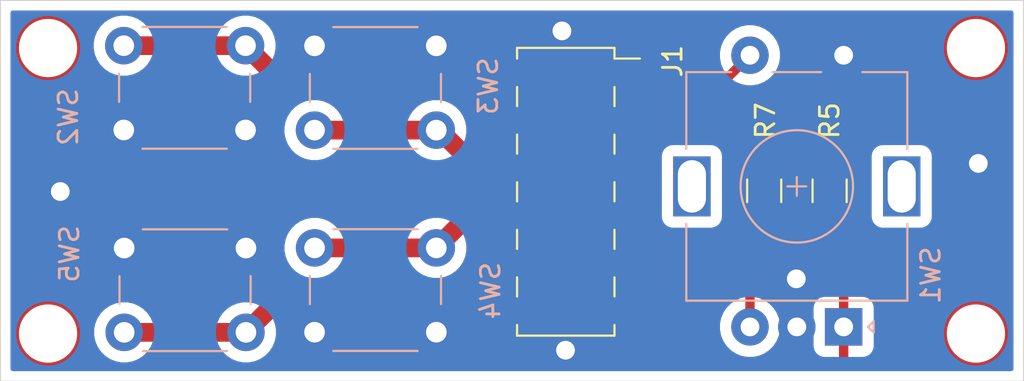
<source format=kicad_pcb>
(kicad_pcb (version 20171130) (host pcbnew 5.1.5-52549c5~86~ubuntu18.04.1)

  (general
    (thickness 1.6)
    (drawings 8)
    (tracks 79)
    (zones 0)
    (modules 12)
    (nets 10)
  )

  (page A4)
  (layers
    (0 F.Cu signal)
    (31 B.Cu signal)
    (32 B.Adhes user)
    (33 F.Adhes user)
    (34 B.Paste user)
    (35 F.Paste user)
    (36 B.SilkS user)
    (37 F.SilkS user)
    (38 B.Mask user)
    (39 F.Mask user)
    (40 Dwgs.User user)
    (41 Cmts.User user)
    (42 Eco1.User user)
    (43 Eco2.User user)
    (44 Edge.Cuts user)
    (45 Margin user)
    (46 B.CrtYd user)
    (47 F.CrtYd user)
    (48 B.Fab user hide)
    (49 F.Fab user hide)
  )

  (setup
    (last_trace_width 0.25)
    (user_trace_width 0.5)
    (user_trace_width 0.7)
    (user_trace_width 1)
    (user_trace_width 2)
    (trace_clearance 0.6)
    (zone_clearance 0.508)
    (zone_45_only no)
    (trace_min 0.2)
    (via_size 0.8)
    (via_drill 0.4)
    (via_min_size 0.4)
    (via_min_drill 0.3)
    (user_via 2 1)
    (uvia_size 0.3)
    (uvia_drill 0.1)
    (uvias_allowed no)
    (uvia_min_size 0.2)
    (uvia_min_drill 0.1)
    (edge_width 0.05)
    (segment_width 0.2)
    (pcb_text_width 0.3)
    (pcb_text_size 1.5 1.5)
    (mod_edge_width 0.12)
    (mod_text_size 1 1)
    (mod_text_width 0.15)
    (pad_size 1.524 1.524)
    (pad_drill 0.762)
    (pad_to_mask_clearance 0.051)
    (solder_mask_min_width 0.25)
    (aux_axis_origin 0 0)
    (visible_elements FFFFFF7F)
    (pcbplotparams
      (layerselection 0x01000_7fffffff)
      (usegerberextensions false)
      (usegerberattributes false)
      (usegerberadvancedattributes false)
      (creategerberjobfile false)
      (excludeedgelayer true)
      (linewidth 0.100000)
      (plotframeref false)
      (viasonmask false)
      (mode 1)
      (useauxorigin false)
      (hpglpennumber 1)
      (hpglpenspeed 20)
      (hpglpendiameter 15.000000)
      (psnegative true)
      (psa4output false)
      (plotreference true)
      (plotvalue true)
      (plotinvisibletext false)
      (padsonsilk false)
      (subtractmaskfromsilk false)
      (outputformat 5)
      (mirror true)
      (drillshape 2)
      (scaleselection 1)
      (outputdirectory ""))
  )

  (net 0 "")
  (net 1 GNDS)
  (net 2 /Controls/BTN4)
  (net 3 /Controls/ENC_A)
  (net 4 /Controls/BTN3)
  (net 5 /Controls/ENC_B)
  (net 6 /Controls/BTN2)
  (net 7 /Controls/BTN1)
  (net 8 /Controls/ENC_SW)
  (net 9 +3V3)

  (net_class Default "This is the default net class."
    (clearance 0.6)
    (trace_width 0.25)
    (via_dia 0.8)
    (via_drill 0.4)
    (uvia_dia 0.3)
    (uvia_drill 0.1)
    (add_net +3V3)
    (add_net /Controls/BTN1)
    (add_net /Controls/BTN2)
    (add_net /Controls/BTN3)
    (add_net /Controls/BTN4)
    (add_net /Controls/ENC_A)
    (add_net /Controls/ENC_B)
    (add_net /Controls/ENC_SW)
    (add_net GNDS)
  )

  (module Connector_PinSocket_2.54mm:PinSocket_2x06_P2.54mm_Vertical_SMD locked (layer F.Cu) (tedit 5A19A42A) (tstamp 5EC2D495)
    (at 144.4752 61.0108)
    (descr "surface-mounted straight socket strip, 2x06, 2.54mm pitch, double cols (from Kicad 4.0.7), script generated")
    (tags "Surface mounted socket strip SMD 2x06 2.54mm double row")
    (path /5E7E6C1D/5E8132DF)
    (attr smd)
    (fp_text reference J1 (at 5.7023 -6.9723 270) (layer F.SilkS)
      (effects (font (size 1 1) (thickness 0.15)))
    )
    (fp_text value Conn_02x06_Odd_Even (at 0 9.12) (layer F.Fab)
      (effects (font (size 1 1) (thickness 0.15)))
    )
    (fp_text user %R (at 0 0 90) (layer F.Fab)
      (effects (font (size 1 1) (thickness 0.15)))
    )
    (fp_line (start -4.55 8.1) (end -4.55 -8.15) (layer F.CrtYd) (width 0.05))
    (fp_line (start 4.5 8.1) (end -4.55 8.1) (layer F.CrtYd) (width 0.05))
    (fp_line (start 4.5 -8.15) (end 4.5 8.1) (layer F.CrtYd) (width 0.05))
    (fp_line (start -4.55 -8.15) (end 4.5 -8.15) (layer F.CrtYd) (width 0.05))
    (fp_line (start 3.92 6.67) (end 2.54 6.67) (layer F.Fab) (width 0.1))
    (fp_line (start 3.92 6.03) (end 3.92 6.67) (layer F.Fab) (width 0.1))
    (fp_line (start 2.54 6.03) (end 3.92 6.03) (layer F.Fab) (width 0.1))
    (fp_line (start -3.92 6.67) (end -3.92 6.03) (layer F.Fab) (width 0.1))
    (fp_line (start -2.54 6.67) (end -3.92 6.67) (layer F.Fab) (width 0.1))
    (fp_line (start -3.92 6.03) (end -2.54 6.03) (layer F.Fab) (width 0.1))
    (fp_line (start 3.92 4.13) (end 2.54 4.13) (layer F.Fab) (width 0.1))
    (fp_line (start 3.92 3.49) (end 3.92 4.13) (layer F.Fab) (width 0.1))
    (fp_line (start 2.54 3.49) (end 3.92 3.49) (layer F.Fab) (width 0.1))
    (fp_line (start -3.92 4.13) (end -3.92 3.49) (layer F.Fab) (width 0.1))
    (fp_line (start -2.54 4.13) (end -3.92 4.13) (layer F.Fab) (width 0.1))
    (fp_line (start -3.92 3.49) (end -2.54 3.49) (layer F.Fab) (width 0.1))
    (fp_line (start 3.92 1.59) (end 2.54 1.59) (layer F.Fab) (width 0.1))
    (fp_line (start 3.92 0.95) (end 3.92 1.59) (layer F.Fab) (width 0.1))
    (fp_line (start 2.54 0.95) (end 3.92 0.95) (layer F.Fab) (width 0.1))
    (fp_line (start -3.92 1.59) (end -3.92 0.95) (layer F.Fab) (width 0.1))
    (fp_line (start -2.54 1.59) (end -3.92 1.59) (layer F.Fab) (width 0.1))
    (fp_line (start -3.92 0.95) (end -2.54 0.95) (layer F.Fab) (width 0.1))
    (fp_line (start 3.92 -0.95) (end 2.54 -0.95) (layer F.Fab) (width 0.1))
    (fp_line (start 3.92 -1.59) (end 3.92 -0.95) (layer F.Fab) (width 0.1))
    (fp_line (start 2.54 -1.59) (end 3.92 -1.59) (layer F.Fab) (width 0.1))
    (fp_line (start -3.92 -0.95) (end -3.92 -1.59) (layer F.Fab) (width 0.1))
    (fp_line (start -2.54 -0.95) (end -3.92 -0.95) (layer F.Fab) (width 0.1))
    (fp_line (start -3.92 -1.59) (end -2.54 -1.59) (layer F.Fab) (width 0.1))
    (fp_line (start 3.92 -3.49) (end 2.54 -3.49) (layer F.Fab) (width 0.1))
    (fp_line (start 3.92 -4.13) (end 3.92 -3.49) (layer F.Fab) (width 0.1))
    (fp_line (start 2.54 -4.13) (end 3.92 -4.13) (layer F.Fab) (width 0.1))
    (fp_line (start -3.92 -3.49) (end -3.92 -4.13) (layer F.Fab) (width 0.1))
    (fp_line (start -2.54 -3.49) (end -3.92 -3.49) (layer F.Fab) (width 0.1))
    (fp_line (start -3.92 -4.13) (end -2.54 -4.13) (layer F.Fab) (width 0.1))
    (fp_line (start 3.92 -6.03) (end 2.54 -6.03) (layer F.Fab) (width 0.1))
    (fp_line (start 3.92 -6.67) (end 3.92 -6.03) (layer F.Fab) (width 0.1))
    (fp_line (start 2.54 -6.67) (end 3.92 -6.67) (layer F.Fab) (width 0.1))
    (fp_line (start -3.92 -6.03) (end -3.92 -6.67) (layer F.Fab) (width 0.1))
    (fp_line (start -2.54 -6.03) (end -3.92 -6.03) (layer F.Fab) (width 0.1))
    (fp_line (start -3.92 -6.67) (end -2.54 -6.67) (layer F.Fab) (width 0.1))
    (fp_line (start -2.54 7.62) (end -2.54 -7.62) (layer F.Fab) (width 0.1))
    (fp_line (start 2.54 7.62) (end -2.54 7.62) (layer F.Fab) (width 0.1))
    (fp_line (start 2.54 -6.62) (end 2.54 7.62) (layer F.Fab) (width 0.1))
    (fp_line (start 1.54 -7.62) (end 2.54 -6.62) (layer F.Fab) (width 0.1))
    (fp_line (start -2.54 -7.62) (end 1.54 -7.62) (layer F.Fab) (width 0.1))
    (fp_line (start 2.6 -7.11) (end 3.96 -7.11) (layer F.SilkS) (width 0.12))
    (fp_line (start -2.6 7.11) (end -2.6 7.68) (layer F.SilkS) (width 0.12))
    (fp_line (start -2.6 4.57) (end -2.6 5.59) (layer F.SilkS) (width 0.12))
    (fp_line (start -2.6 2.03) (end -2.6 3.05) (layer F.SilkS) (width 0.12))
    (fp_line (start -2.6 -0.51) (end -2.6 0.51) (layer F.SilkS) (width 0.12))
    (fp_line (start -2.6 -3.05) (end -2.6 -2.03) (layer F.SilkS) (width 0.12))
    (fp_line (start -2.6 -5.59) (end -2.6 -4.57) (layer F.SilkS) (width 0.12))
    (fp_line (start -2.6 -7.68) (end -2.6 -7.11) (layer F.SilkS) (width 0.12))
    (fp_line (start -2.6 7.68) (end 2.6 7.68) (layer F.SilkS) (width 0.12))
    (fp_line (start 2.6 7.11) (end 2.6 7.68) (layer F.SilkS) (width 0.12))
    (fp_line (start 2.6 4.57) (end 2.6 5.59) (layer F.SilkS) (width 0.12))
    (fp_line (start 2.6 2.03) (end 2.6 3.05) (layer F.SilkS) (width 0.12))
    (fp_line (start 2.6 -0.51) (end 2.6 0.51) (layer F.SilkS) (width 0.12))
    (fp_line (start 2.6 -3.05) (end 2.6 -2.03) (layer F.SilkS) (width 0.12))
    (fp_line (start 2.6 -5.59) (end 2.6 -4.57) (layer F.SilkS) (width 0.12))
    (fp_line (start 2.6 -7.68) (end 2.6 -7.11) (layer F.SilkS) (width 0.12))
    (fp_line (start -2.6 -7.68) (end 2.6 -7.68) (layer F.SilkS) (width 0.12))
    (pad 12 smd rect (at -2.52 6.35) (size 3 1) (layers F.Cu F.Paste F.Mask)
      (net 1 GNDS))
    (pad 11 smd rect (at 2.52 6.35) (size 3 1) (layers F.Cu F.Paste F.Mask)
      (net 1 GNDS))
    (pad 10 smd rect (at -2.52 3.81) (size 3 1) (layers F.Cu F.Paste F.Mask)
      (net 2 /Controls/BTN4))
    (pad 9 smd rect (at 2.52 3.81) (size 3 1) (layers F.Cu F.Paste F.Mask)
      (net 3 /Controls/ENC_A))
    (pad 8 smd rect (at -2.52 1.27) (size 3 1) (layers F.Cu F.Paste F.Mask)
      (net 4 /Controls/BTN3))
    (pad 7 smd rect (at 2.52 1.27) (size 3 1) (layers F.Cu F.Paste F.Mask)
      (net 5 /Controls/ENC_B))
    (pad 6 smd rect (at -2.52 -1.27) (size 3 1) (layers F.Cu F.Paste F.Mask)
      (net 6 /Controls/BTN2))
    (pad 5 smd rect (at 2.52 -1.27) (size 3 1) (layers F.Cu F.Paste F.Mask)
      (net 1 GNDS))
    (pad 4 smd rect (at -2.52 -3.81) (size 3 1) (layers F.Cu F.Paste F.Mask)
      (net 7 /Controls/BTN1))
    (pad 3 smd rect (at 2.52 -3.81) (size 3 1) (layers F.Cu F.Paste F.Mask)
      (net 8 /Controls/ENC_SW))
    (pad 2 smd rect (at -2.52 -6.35) (size 3 1) (layers F.Cu F.Paste F.Mask)
      (net 9 +3V3))
    (pad 1 smd rect (at 2.52 -6.35) (size 3 1) (layers F.Cu F.Paste F.Mask)
      (net 9 +3V3))
    (model ${KISYS3DMOD}/Connector_PinHeader_2.54mm.3dshapes/PinHeader_2x06_P2.54mm_Vertical_SMD.step
      (at (xyz 0 0 0))
      (scale (xyz 1 1 1))
      (rotate (xyz 0 0 0))
    )
  )

  (module MountingHole:MountingHole_2.2mm_M2 locked (layer F.Cu) (tedit 56D1B4CB) (tstamp 5EC2B9C6)
    (at 166.37 53.34)
    (descr "Mounting Hole 2.2mm, no annular, M2")
    (tags "mounting hole 2.2mm no annular m2")
    (attr virtual)
    (fp_text reference REF** (at 0 -3.2) (layer F.SilkS) hide
      (effects (font (size 1 1) (thickness 0.15)))
    )
    (fp_text value MountingHole_2.2mm_M2 (at 0 3.2) (layer F.Fab)
      (effects (font (size 1 1) (thickness 0.15)))
    )
    (fp_text user %R (at 0.3 0) (layer F.Fab)
      (effects (font (size 1 1) (thickness 0.15)))
    )
    (fp_circle (center 0 0) (end 2.2 0) (layer Cmts.User) (width 0.15))
    (fp_circle (center 0 0) (end 2.45 0) (layer F.CrtYd) (width 0.05))
    (pad 1 np_thru_hole circle (at 0 0) (size 2.2 2.2) (drill 2.2) (layers *.Cu *.Mask))
  )

  (module MountingHole:MountingHole_2.2mm_M2 locked (layer F.Cu) (tedit 56D1B4CB) (tstamp 5EC2B9C6)
    (at 166.37 68.58)
    (descr "Mounting Hole 2.2mm, no annular, M2")
    (tags "mounting hole 2.2mm no annular m2")
    (attr virtual)
    (fp_text reference REF** (at 0 -3.2) (layer F.SilkS) hide
      (effects (font (size 1 1) (thickness 0.15)))
    )
    (fp_text value MountingHole_2.2mm_M2 (at 0 3.2) (layer F.Fab)
      (effects (font (size 1 1) (thickness 0.15)))
    )
    (fp_text user %R (at 0.3 0) (layer F.Fab)
      (effects (font (size 1 1) (thickness 0.15)))
    )
    (fp_circle (center 0 0) (end 2.2 0) (layer Cmts.User) (width 0.15))
    (fp_circle (center 0 0) (end 2.45 0) (layer F.CrtYd) (width 0.05))
    (pad 1 np_thru_hole circle (at 0 0) (size 2.2 2.2) (drill 2.2) (layers *.Cu *.Mask))
  )

  (module MountingHole:MountingHole_2.2mm_M2 locked (layer F.Cu) (tedit 56D1B4CB) (tstamp 5EC2B9C6)
    (at 116.84 68.58)
    (descr "Mounting Hole 2.2mm, no annular, M2")
    (tags "mounting hole 2.2mm no annular m2")
    (attr virtual)
    (fp_text reference REF** (at 0 -3.2) (layer F.SilkS) hide
      (effects (font (size 1 1) (thickness 0.15)))
    )
    (fp_text value MountingHole_2.2mm_M2 (at 0 3.2) (layer F.Fab)
      (effects (font (size 1 1) (thickness 0.15)))
    )
    (fp_text user %R (at 0.3 0) (layer F.Fab)
      (effects (font (size 1 1) (thickness 0.15)))
    )
    (fp_circle (center 0 0) (end 2.2 0) (layer Cmts.User) (width 0.15))
    (fp_circle (center 0 0) (end 2.45 0) (layer F.CrtYd) (width 0.05))
    (pad 1 np_thru_hole circle (at 0 0) (size 2.2 2.2) (drill 2.2) (layers *.Cu *.Mask))
  )

  (module MountingHole:MountingHole_2.2mm_M2 locked (layer F.Cu) (tedit 56D1B4CB) (tstamp 5EC2B9C4)
    (at 116.84 53.34)
    (descr "Mounting Hole 2.2mm, no annular, M2")
    (tags "mounting hole 2.2mm no annular m2")
    (attr virtual)
    (fp_text reference REF** (at 0 -3.2) (layer F.SilkS) hide
      (effects (font (size 1 1) (thickness 0.15)))
    )
    (fp_text value MountingHole_2.2mm_M2 (at 0 3.2) (layer F.Fab)
      (effects (font (size 1 1) (thickness 0.15)))
    )
    (fp_circle (center 0 0) (end 2.45 0) (layer F.CrtYd) (width 0.05))
    (fp_circle (center 0 0) (end 2.2 0) (layer Cmts.User) (width 0.15))
    (fp_text user %R (at 0.3 0) (layer F.Fab)
      (effects (font (size 1 1) (thickness 0.15)))
    )
    (pad 1 np_thru_hole circle (at 0 0) (size 2.2 2.2) (drill 2.2) (layers *.Cu *.Mask))
  )

  (module Button_Switch_THT:SW_PUSH_6mm locked (layer B.Cu) (tedit 5A02FE31) (tstamp 5EC2621C)
    (at 120.904 68.5165)
    (descr https://www.omron.com/ecb/products/pdf/en-b3f.pdf)
    (tags "tact sw push 6mm")
    (path /5E7E6C1D/5EC3495E)
    (fp_text reference SW5 (at -2.921 -4.191 90) (layer B.SilkS)
      (effects (font (size 1 1) (thickness 0.15)) (justify mirror))
    )
    (fp_text value SW_SPST (at 3.75 -6.7) (layer B.Fab)
      (effects (font (size 1 1) (thickness 0.15)) (justify mirror))
    )
    (fp_circle (center 3.25 -2.25) (end 1.25 -2.5) (layer B.Fab) (width 0.1))
    (fp_line (start 6.75 -3) (end 6.75 -1.5) (layer B.SilkS) (width 0.12))
    (fp_line (start 5.5 1) (end 1 1) (layer B.SilkS) (width 0.12))
    (fp_line (start -0.25 -1.5) (end -0.25 -3) (layer B.SilkS) (width 0.12))
    (fp_line (start 1 -5.5) (end 5.5 -5.5) (layer B.SilkS) (width 0.12))
    (fp_line (start 8 1.25) (end 8 -5.75) (layer B.CrtYd) (width 0.05))
    (fp_line (start 7.75 -6) (end -1.25 -6) (layer B.CrtYd) (width 0.05))
    (fp_line (start -1.5 -5.75) (end -1.5 1.25) (layer B.CrtYd) (width 0.05))
    (fp_line (start -1.25 1.5) (end 7.75 1.5) (layer B.CrtYd) (width 0.05))
    (fp_line (start -1.5 -6) (end -1.25 -6) (layer B.CrtYd) (width 0.05))
    (fp_line (start -1.5 -5.75) (end -1.5 -6) (layer B.CrtYd) (width 0.05))
    (fp_line (start -1.5 1.5) (end -1.25 1.5) (layer B.CrtYd) (width 0.05))
    (fp_line (start -1.5 1.25) (end -1.5 1.5) (layer B.CrtYd) (width 0.05))
    (fp_line (start 8 1.5) (end 8 1.25) (layer B.CrtYd) (width 0.05))
    (fp_line (start 7.75 1.5) (end 8 1.5) (layer B.CrtYd) (width 0.05))
    (fp_line (start 8 -6) (end 8 -5.75) (layer B.CrtYd) (width 0.05))
    (fp_line (start 7.75 -6) (end 8 -6) (layer B.CrtYd) (width 0.05))
    (fp_line (start 0.25 0.75) (end 3.25 0.75) (layer B.Fab) (width 0.1))
    (fp_line (start 0.25 -5.25) (end 0.25 0.75) (layer B.Fab) (width 0.1))
    (fp_line (start 6.25 -5.25) (end 0.25 -5.25) (layer B.Fab) (width 0.1))
    (fp_line (start 6.25 0.75) (end 6.25 -5.25) (layer B.Fab) (width 0.1))
    (fp_line (start 3.25 0.75) (end 6.25 0.75) (layer B.Fab) (width 0.1))
    (fp_text user %R (at 3.25 -2.25) (layer B.Fab)
      (effects (font (size 1 1) (thickness 0.15)) (justify mirror))
    )
    (pad 1 thru_hole circle (at 6.5 0 270) (size 2 2) (drill 1.1) (layers *.Cu *.Mask)
      (net 2 /Controls/BTN4))
    (pad 2 thru_hole circle (at 6.5 -4.5 270) (size 2 2) (drill 1.1) (layers *.Cu *.Mask)
      (net 1 GNDS))
    (pad 1 thru_hole circle (at 0 0 270) (size 2 2) (drill 1.1) (layers *.Cu *.Mask)
      (net 2 /Controls/BTN4))
    (pad 2 thru_hole circle (at 0 -4.5 270) (size 2 2) (drill 1.1) (layers *.Cu *.Mask)
      (net 1 GNDS))
    (model ${KISYS3DMOD}/Button_Switch_THT.3dshapes/SW_PUSH_6mm.wrl
      (at (xyz 0 0 0))
      (scale (xyz 1 1 1))
      (rotate (xyz 0 0 0))
    )
  )

  (module Button_Switch_THT:SW_PUSH_6mm locked (layer B.Cu) (tedit 5A02FE31) (tstamp 5EC2DA28)
    (at 137.5664 64.008 180)
    (descr https://www.omron.com/ecb/products/pdf/en-b3f.pdf)
    (tags "tact sw push 6mm")
    (path /5E7E6C1D/5EC30009)
    (fp_text reference SW4 (at -2.8956 -2.286 90) (layer B.SilkS)
      (effects (font (size 1 1) (thickness 0.15)) (justify mirror))
    )
    (fp_text value SW_SPST (at 3.75 -6.7) (layer B.Fab)
      (effects (font (size 1 1) (thickness 0.15)) (justify mirror))
    )
    (fp_circle (center 3.25 -2.25) (end 1.25 -2.5) (layer B.Fab) (width 0.1))
    (fp_line (start 6.75 -3) (end 6.75 -1.5) (layer B.SilkS) (width 0.12))
    (fp_line (start 5.5 1) (end 1 1) (layer B.SilkS) (width 0.12))
    (fp_line (start -0.25 -1.5) (end -0.25 -3) (layer B.SilkS) (width 0.12))
    (fp_line (start 1 -5.5) (end 5.5 -5.5) (layer B.SilkS) (width 0.12))
    (fp_line (start 8 1.25) (end 8 -5.75) (layer B.CrtYd) (width 0.05))
    (fp_line (start 7.75 -6) (end -1.25 -6) (layer B.CrtYd) (width 0.05))
    (fp_line (start -1.5 -5.75) (end -1.5 1.25) (layer B.CrtYd) (width 0.05))
    (fp_line (start -1.25 1.5) (end 7.75 1.5) (layer B.CrtYd) (width 0.05))
    (fp_line (start -1.5 -6) (end -1.25 -6) (layer B.CrtYd) (width 0.05))
    (fp_line (start -1.5 -5.75) (end -1.5 -6) (layer B.CrtYd) (width 0.05))
    (fp_line (start -1.5 1.5) (end -1.25 1.5) (layer B.CrtYd) (width 0.05))
    (fp_line (start -1.5 1.25) (end -1.5 1.5) (layer B.CrtYd) (width 0.05))
    (fp_line (start 8 1.5) (end 8 1.25) (layer B.CrtYd) (width 0.05))
    (fp_line (start 7.75 1.5) (end 8 1.5) (layer B.CrtYd) (width 0.05))
    (fp_line (start 8 -6) (end 8 -5.75) (layer B.CrtYd) (width 0.05))
    (fp_line (start 7.75 -6) (end 8 -6) (layer B.CrtYd) (width 0.05))
    (fp_line (start 0.25 0.75) (end 3.25 0.75) (layer B.Fab) (width 0.1))
    (fp_line (start 0.25 -5.25) (end 0.25 0.75) (layer B.Fab) (width 0.1))
    (fp_line (start 6.25 -5.25) (end 0.25 -5.25) (layer B.Fab) (width 0.1))
    (fp_line (start 6.25 0.75) (end 6.25 -5.25) (layer B.Fab) (width 0.1))
    (fp_line (start 3.25 0.75) (end 6.25 0.75) (layer B.Fab) (width 0.1))
    (fp_text user %R (at 3.25 -2.25) (layer B.Fab)
      (effects (font (size 1 1) (thickness 0.15)) (justify mirror))
    )
    (pad 1 thru_hole circle (at 6.5 0 90) (size 2 2) (drill 1.1) (layers *.Cu *.Mask)
      (net 4 /Controls/BTN3))
    (pad 2 thru_hole circle (at 6.5 -4.5 90) (size 2 2) (drill 1.1) (layers *.Cu *.Mask)
      (net 1 GNDS))
    (pad 1 thru_hole circle (at 0 0 90) (size 2 2) (drill 1.1) (layers *.Cu *.Mask)
      (net 4 /Controls/BTN3))
    (pad 2 thru_hole circle (at 0 -4.5 90) (size 2 2) (drill 1.1) (layers *.Cu *.Mask)
      (net 1 GNDS))
    (model ${KISYS3DMOD}/Button_Switch_THT.3dshapes/SW_PUSH_6mm.wrl
      (at (xyz 0 0 0))
      (scale (xyz 1 1 1))
      (rotate (xyz 0 0 0))
    )
  )

  (module Button_Switch_THT:SW_PUSH_6mm locked (layer B.Cu) (tedit 5A02FE31) (tstamp 5EC261DE)
    (at 131.064 57.7215)
    (descr https://www.omron.com/ecb/products/pdf/en-b3f.pdf)
    (tags "tact sw push 6mm")
    (path /5E7E6C1D/5EC2D713)
    (fp_text reference SW3 (at 9.271 -2.3495 90) (layer B.SilkS)
      (effects (font (size 1 1) (thickness 0.15)) (justify mirror))
    )
    (fp_text value SW_SPST (at 3.75 -6.7) (layer B.Fab)
      (effects (font (size 1 1) (thickness 0.15)) (justify mirror))
    )
    (fp_circle (center 3.25 -2.25) (end 1.25 -2.5) (layer B.Fab) (width 0.1))
    (fp_line (start 6.75 -3) (end 6.75 -1.5) (layer B.SilkS) (width 0.12))
    (fp_line (start 5.5 1) (end 1 1) (layer B.SilkS) (width 0.12))
    (fp_line (start -0.25 -1.5) (end -0.25 -3) (layer B.SilkS) (width 0.12))
    (fp_line (start 1 -5.5) (end 5.5 -5.5) (layer B.SilkS) (width 0.12))
    (fp_line (start 8 1.25) (end 8 -5.75) (layer B.CrtYd) (width 0.05))
    (fp_line (start 7.75 -6) (end -1.25 -6) (layer B.CrtYd) (width 0.05))
    (fp_line (start -1.5 -5.75) (end -1.5 1.25) (layer B.CrtYd) (width 0.05))
    (fp_line (start -1.25 1.5) (end 7.75 1.5) (layer B.CrtYd) (width 0.05))
    (fp_line (start -1.5 -6) (end -1.25 -6) (layer B.CrtYd) (width 0.05))
    (fp_line (start -1.5 -5.75) (end -1.5 -6) (layer B.CrtYd) (width 0.05))
    (fp_line (start -1.5 1.5) (end -1.25 1.5) (layer B.CrtYd) (width 0.05))
    (fp_line (start -1.5 1.25) (end -1.5 1.5) (layer B.CrtYd) (width 0.05))
    (fp_line (start 8 1.5) (end 8 1.25) (layer B.CrtYd) (width 0.05))
    (fp_line (start 7.75 1.5) (end 8 1.5) (layer B.CrtYd) (width 0.05))
    (fp_line (start 8 -6) (end 8 -5.75) (layer B.CrtYd) (width 0.05))
    (fp_line (start 7.75 -6) (end 8 -6) (layer B.CrtYd) (width 0.05))
    (fp_line (start 0.25 0.75) (end 3.25 0.75) (layer B.Fab) (width 0.1))
    (fp_line (start 0.25 -5.25) (end 0.25 0.75) (layer B.Fab) (width 0.1))
    (fp_line (start 6.25 -5.25) (end 0.25 -5.25) (layer B.Fab) (width 0.1))
    (fp_line (start 6.25 0.75) (end 6.25 -5.25) (layer B.Fab) (width 0.1))
    (fp_line (start 3.25 0.75) (end 6.25 0.75) (layer B.Fab) (width 0.1))
    (fp_text user %R (at 3.25 -2.25) (layer B.Fab)
      (effects (font (size 1 1) (thickness 0.15)) (justify mirror))
    )
    (pad 1 thru_hole circle (at 6.5 0 270) (size 2 2) (drill 1.1) (layers *.Cu *.Mask)
      (net 6 /Controls/BTN2))
    (pad 2 thru_hole circle (at 6.5 -4.5 270) (size 2 2) (drill 1.1) (layers *.Cu *.Mask)
      (net 1 GNDS))
    (pad 1 thru_hole circle (at 0 0 270) (size 2 2) (drill 1.1) (layers *.Cu *.Mask)
      (net 6 /Controls/BTN2))
    (pad 2 thru_hole circle (at 0 -4.5 270) (size 2 2) (drill 1.1) (layers *.Cu *.Mask)
      (net 1 GNDS))
    (model ${KISYS3DMOD}/Button_Switch_THT.3dshapes/SW_PUSH_6mm.wrl
      (at (xyz 0 0 0))
      (scale (xyz 1 1 1))
      (rotate (xyz 0 0 0))
    )
  )

  (module Button_Switch_THT:SW_PUSH_6mm locked (layer B.Cu) (tedit 5A02FE31) (tstamp 5EC261BF)
    (at 127.381 53.213 180)
    (descr https://www.omron.com/ecb/products/pdf/en-b3f.pdf)
    (tags "tact sw push 6mm")
    (path /5E7E6C1D/5EC27C1F)
    (fp_text reference SW2 (at 9.4615 -3.81 90) (layer B.SilkS)
      (effects (font (size 1 1) (thickness 0.15)) (justify mirror))
    )
    (fp_text value SW_SPST (at 3.75 -6.7) (layer B.Fab)
      (effects (font (size 1 1) (thickness 0.15)) (justify mirror))
    )
    (fp_circle (center 3.25 -2.25) (end 1.25 -2.5) (layer B.Fab) (width 0.1))
    (fp_line (start 6.75 -3) (end 6.75 -1.5) (layer B.SilkS) (width 0.12))
    (fp_line (start 5.5 1) (end 1 1) (layer B.SilkS) (width 0.12))
    (fp_line (start -0.25 -1.5) (end -0.25 -3) (layer B.SilkS) (width 0.12))
    (fp_line (start 1 -5.5) (end 5.5 -5.5) (layer B.SilkS) (width 0.12))
    (fp_line (start 8 1.25) (end 8 -5.75) (layer B.CrtYd) (width 0.05))
    (fp_line (start 7.75 -6) (end -1.25 -6) (layer B.CrtYd) (width 0.05))
    (fp_line (start -1.5 -5.75) (end -1.5 1.25) (layer B.CrtYd) (width 0.05))
    (fp_line (start -1.25 1.5) (end 7.75 1.5) (layer B.CrtYd) (width 0.05))
    (fp_line (start -1.5 -6) (end -1.25 -6) (layer B.CrtYd) (width 0.05))
    (fp_line (start -1.5 -5.75) (end -1.5 -6) (layer B.CrtYd) (width 0.05))
    (fp_line (start -1.5 1.5) (end -1.25 1.5) (layer B.CrtYd) (width 0.05))
    (fp_line (start -1.5 1.25) (end -1.5 1.5) (layer B.CrtYd) (width 0.05))
    (fp_line (start 8 1.5) (end 8 1.25) (layer B.CrtYd) (width 0.05))
    (fp_line (start 7.75 1.5) (end 8 1.5) (layer B.CrtYd) (width 0.05))
    (fp_line (start 8 -6) (end 8 -5.75) (layer B.CrtYd) (width 0.05))
    (fp_line (start 7.75 -6) (end 8 -6) (layer B.CrtYd) (width 0.05))
    (fp_line (start 0.25 0.75) (end 3.25 0.75) (layer B.Fab) (width 0.1))
    (fp_line (start 0.25 -5.25) (end 0.25 0.75) (layer B.Fab) (width 0.1))
    (fp_line (start 6.25 -5.25) (end 0.25 -5.25) (layer B.Fab) (width 0.1))
    (fp_line (start 6.25 0.75) (end 6.25 -5.25) (layer B.Fab) (width 0.1))
    (fp_line (start 3.25 0.75) (end 6.25 0.75) (layer B.Fab) (width 0.1))
    (fp_text user %R (at 3.25 -2.25) (layer B.Fab)
      (effects (font (size 1 1) (thickness 0.15)) (justify mirror))
    )
    (pad 1 thru_hole circle (at 6.5 0 90) (size 2 2) (drill 1.1) (layers *.Cu *.Mask)
      (net 7 /Controls/BTN1))
    (pad 2 thru_hole circle (at 6.5 -4.5 90) (size 2 2) (drill 1.1) (layers *.Cu *.Mask)
      (net 1 GNDS))
    (pad 1 thru_hole circle (at 0 0 90) (size 2 2) (drill 1.1) (layers *.Cu *.Mask)
      (net 7 /Controls/BTN1))
    (pad 2 thru_hole circle (at 0 -4.5 90) (size 2 2) (drill 1.1) (layers *.Cu *.Mask)
      (net 1 GNDS))
    (model ${KISYS3DMOD}/Button_Switch_THT.3dshapes/SW_PUSH_6mm.wrl
      (at (xyz 0 0 0))
      (scale (xyz 1 1 1))
      (rotate (xyz 0 0 0))
    )
  )

  (module Resistor_SMD:R_1206_3216Metric_Pad1.42x1.75mm_HandSolder (layer F.Cu) (tedit 5B301BBD) (tstamp 5E81711F)
    (at 155.067 60.96 270)
    (descr "Resistor SMD 1206 (3216 Metric), square (rectangular) end terminal, IPC_7351 nominal with elongated pad for handsoldering. (Body size source: http://www.tortai-tech.com/upload/download/2011102023233369053.pdf), generated with kicad-footprint-generator")
    (tags "resistor handsolder")
    (path /5E7E6C1D/5E7E53C9)
    (attr smd)
    (fp_text reference R7 (at -3.7465 -0.0635 90) (layer F.SilkS)
      (effects (font (size 1 1) (thickness 0.15)))
    )
    (fp_text value 10K (at 0 1.82 270) (layer F.Fab)
      (effects (font (size 1 1) (thickness 0.15)))
    )
    (fp_text user %R (at 0 0 270) (layer F.Fab)
      (effects (font (size 0.8 0.8) (thickness 0.12)))
    )
    (fp_line (start 2.45 1.12) (end -2.45 1.12) (layer F.CrtYd) (width 0.05))
    (fp_line (start 2.45 -1.12) (end 2.45 1.12) (layer F.CrtYd) (width 0.05))
    (fp_line (start -2.45 -1.12) (end 2.45 -1.12) (layer F.CrtYd) (width 0.05))
    (fp_line (start -2.45 1.12) (end -2.45 -1.12) (layer F.CrtYd) (width 0.05))
    (fp_line (start -0.602064 0.91) (end 0.602064 0.91) (layer F.SilkS) (width 0.12))
    (fp_line (start -0.602064 -0.91) (end 0.602064 -0.91) (layer F.SilkS) (width 0.12))
    (fp_line (start 1.6 0.8) (end -1.6 0.8) (layer F.Fab) (width 0.1))
    (fp_line (start 1.6 -0.8) (end 1.6 0.8) (layer F.Fab) (width 0.1))
    (fp_line (start -1.6 -0.8) (end 1.6 -0.8) (layer F.Fab) (width 0.1))
    (fp_line (start -1.6 0.8) (end -1.6 -0.8) (layer F.Fab) (width 0.1))
    (pad 2 smd roundrect (at 1.4875 0 270) (size 1.425 1.75) (layers F.Cu F.Paste F.Mask) (roundrect_rratio 0.175439)
      (net 5 /Controls/ENC_B))
    (pad 1 smd roundrect (at -1.4875 0 270) (size 1.425 1.75) (layers F.Cu F.Paste F.Mask) (roundrect_rratio 0.175439)
      (net 9 +3V3))
    (model ${KISYS3DMOD}/Resistor_SMD.3dshapes/R_1206_3216Metric.wrl
      (at (xyz 0 0 0))
      (scale (xyz 1 1 1))
      (rotate (xyz 0 0 0))
    )
  )

  (module Resistor_SMD:R_1206_3216Metric_Pad1.42x1.75mm_HandSolder (layer F.Cu) (tedit 5B301BBD) (tstamp 5E8170FD)
    (at 158.5595 60.96 270)
    (descr "Resistor SMD 1206 (3216 Metric), square (rectangular) end terminal, IPC_7351 nominal with elongated pad for handsoldering. (Body size source: http://www.tortai-tech.com/upload/download/2011102023233369053.pdf), generated with kicad-footprint-generator")
    (tags "resistor handsolder")
    (path /5E7E6C1D/5E7E53C3)
    (attr smd)
    (fp_text reference R5 (at -3.7465 0 90) (layer F.SilkS)
      (effects (font (size 1 1) (thickness 0.15)))
    )
    (fp_text value 10K (at 0 1.82 270) (layer F.Fab)
      (effects (font (size 1 1) (thickness 0.15)))
    )
    (fp_text user %R (at 0 0 270) (layer F.Fab)
      (effects (font (size 0.8 0.8) (thickness 0.12)))
    )
    (fp_line (start 2.45 1.12) (end -2.45 1.12) (layer F.CrtYd) (width 0.05))
    (fp_line (start 2.45 -1.12) (end 2.45 1.12) (layer F.CrtYd) (width 0.05))
    (fp_line (start -2.45 -1.12) (end 2.45 -1.12) (layer F.CrtYd) (width 0.05))
    (fp_line (start -2.45 1.12) (end -2.45 -1.12) (layer F.CrtYd) (width 0.05))
    (fp_line (start -0.602064 0.91) (end 0.602064 0.91) (layer F.SilkS) (width 0.12))
    (fp_line (start -0.602064 -0.91) (end 0.602064 -0.91) (layer F.SilkS) (width 0.12))
    (fp_line (start 1.6 0.8) (end -1.6 0.8) (layer F.Fab) (width 0.1))
    (fp_line (start 1.6 -0.8) (end 1.6 0.8) (layer F.Fab) (width 0.1))
    (fp_line (start -1.6 -0.8) (end 1.6 -0.8) (layer F.Fab) (width 0.1))
    (fp_line (start -1.6 0.8) (end -1.6 -0.8) (layer F.Fab) (width 0.1))
    (pad 2 smd roundrect (at 1.4875 0 270) (size 1.425 1.75) (layers F.Cu F.Paste F.Mask) (roundrect_rratio 0.175439)
      (net 3 /Controls/ENC_A))
    (pad 1 smd roundrect (at -1.4875 0 270) (size 1.425 1.75) (layers F.Cu F.Paste F.Mask) (roundrect_rratio 0.175439)
      (net 9 +3V3))
    (model ${KISYS3DMOD}/Resistor_SMD.3dshapes/R_1206_3216Metric.wrl
      (at (xyz 0 0 0))
      (scale (xyz 1 1 1))
      (rotate (xyz 0 0 0))
    )
  )

  (module Rotary_Encoder:RotaryEncoder_Alps_EC11E-Switch_Vertical_H20mm (layer B.Cu) (tedit 5A74C8CB) (tstamp 5E88F2BD)
    (at 159.3088 68.2244 90)
    (descr "Alps rotary encoder, EC12E... with switch, vertical shaft, http://www.alps.com/prod/info/E/HTML/Encoder/Incremental/EC11/EC11E15204A3.html")
    (tags "rotary encoder")
    (path /5E7E6C1D/5E7E53B0)
    (fp_text reference SW1 (at 2.7559 4.6482 90) (layer B.SilkS)
      (effects (font (size 1 1) (thickness 0.15)) (justify mirror))
    )
    (fp_text value Rotary_Encoder_Switch (at 7.5 -10.4 270) (layer B.Fab)
      (effects (font (size 1 1) (thickness 0.15)) (justify mirror))
    )
    (fp_text user %R (at 11.1 -6.3 270) (layer B.Fab)
      (effects (font (size 1 1) (thickness 0.15)) (justify mirror))
    )
    (fp_line (start 7 -2.5) (end 8 -2.5) (layer B.SilkS) (width 0.12))
    (fp_line (start 7.5 -2) (end 7.5 -3) (layer B.SilkS) (width 0.12))
    (fp_line (start 13.6 -6) (end 13.6 -8.4) (layer B.SilkS) (width 0.12))
    (fp_line (start 13.6 -1.2) (end 13.6 -3.8) (layer B.SilkS) (width 0.12))
    (fp_line (start 13.6 3.4) (end 13.6 1) (layer B.SilkS) (width 0.12))
    (fp_line (start 4.5 -2.5) (end 10.5 -2.5) (layer B.Fab) (width 0.12))
    (fp_line (start 7.5 0.5) (end 7.5 -5.5) (layer B.Fab) (width 0.12))
    (fp_line (start 0.3 1.6) (end 0 1.3) (layer B.SilkS) (width 0.12))
    (fp_line (start -0.3 1.6) (end 0.3 1.6) (layer B.SilkS) (width 0.12))
    (fp_line (start 0 1.3) (end -0.3 1.6) (layer B.SilkS) (width 0.12))
    (fp_line (start 1.4 3.4) (end 1.4 -8.4) (layer B.SilkS) (width 0.12))
    (fp_line (start 5.5 3.4) (end 1.4 3.4) (layer B.SilkS) (width 0.12))
    (fp_line (start 5.5 -8.4) (end 1.4 -8.4) (layer B.SilkS) (width 0.12))
    (fp_line (start 13.6 -8.4) (end 9.5 -8.4) (layer B.SilkS) (width 0.12))
    (fp_line (start 9.5 3.4) (end 13.6 3.4) (layer B.SilkS) (width 0.12))
    (fp_line (start 1.5 2.2) (end 2.5 3.3) (layer B.Fab) (width 0.12))
    (fp_line (start 1.5 -8.3) (end 1.5 2.2) (layer B.Fab) (width 0.12))
    (fp_line (start 13.5 -8.3) (end 1.5 -8.3) (layer B.Fab) (width 0.12))
    (fp_line (start 13.5 3.3) (end 13.5 -8.3) (layer B.Fab) (width 0.12))
    (fp_line (start 2.5 3.3) (end 13.5 3.3) (layer B.Fab) (width 0.12))
    (fp_line (start -1.5 4.6) (end 16 4.6) (layer B.CrtYd) (width 0.05))
    (fp_line (start -1.5 4.6) (end -1.5 -9.6) (layer B.CrtYd) (width 0.05))
    (fp_line (start 16 -9.6) (end 16 4.6) (layer B.CrtYd) (width 0.05))
    (fp_line (start 16 -9.6) (end -1.5 -9.6) (layer B.CrtYd) (width 0.05))
    (fp_circle (center 7.5 -2.5) (end 10.5 -2.5) (layer B.SilkS) (width 0.12))
    (fp_circle (center 7.5 -2.5) (end 10.5 -2.5) (layer B.Fab) (width 0.12))
    (pad S1 thru_hole circle (at 14.5 -5 90) (size 2 2) (drill 1) (layers *.Cu *.Mask)
      (net 8 /Controls/ENC_SW))
    (pad S2 thru_hole circle (at 14.5 0 90) (size 2 2) (drill 1) (layers *.Cu *.Mask)
      (net 1 GNDS))
    (pad MP thru_hole rect (at 7.5 -8.1 90) (size 3.2 2) (drill oval 2.8 1.5) (layers *.Cu *.Mask))
    (pad MP thru_hole rect (at 7.5 3.1 90) (size 3.2 2) (drill oval 2.8 1.5) (layers *.Cu *.Mask))
    (pad B thru_hole circle (at 0 -5 90) (size 2 2) (drill 1) (layers *.Cu *.Mask)
      (net 5 /Controls/ENC_B))
    (pad C thru_hole circle (at 0 -2.5 90) (size 2 2) (drill 1) (layers *.Cu *.Mask)
      (net 1 GNDS))
    (pad A thru_hole rect (at 0 0 90) (size 2 2) (drill 1) (layers *.Cu *.Mask)
      (net 3 /Controls/ENC_A))
    (model ${KIPRJMOD}/pec12r-4x20f-sxxxx.stp
      (offset (xyz 7.5 -2.5 0))
      (scale (xyz 1 1 1))
      (rotate (xyz -90 0 -90))
    )
  )

  (gr_circle (center 116.84 53.34) (end 118.543884 53.34) (layer F.Cu) (width 0.3) (tstamp 5ECD6E0B))
  (gr_circle (center 116.84 68.58) (end 118.543884 68.58) (layer F.Cu) (width 0.3) (tstamp 5ECD6E0B))
  (gr_circle (center 166.37 68.58) (end 168.073884 68.58) (layer F.Cu) (width 0.3) (tstamp 5ECD6E0B))
  (gr_circle (center 166.37 53.34) (end 168.073884 53.34) (layer F.Cu) (width 0.3))
  (gr_line (start 114.3 71.12) (end 114.3 50.8) (layer Edge.Cuts) (width 0.05) (tstamp 5EC26295))
  (gr_line (start 168.91 71.12) (end 114.3 71.12) (layer Edge.Cuts) (width 0.05))
  (gr_line (start 168.91 50.8) (end 168.91 71.12) (layer Edge.Cuts) (width 0.05))
  (gr_line (start 114.3 50.8) (end 168.91 50.8) (layer Edge.Cuts) (width 0.05))

  (via (at 117.4931 60.9993) (size 2) (drill 1) (layers F.Cu B.Cu) (net 1))
  (via (at 144.4625 69.469) (size 2) (drill 1) (layers F.Cu B.Cu) (net 1))
  (via (at 144.272 52.425) (size 2) (drill 1) (layers F.Cu B.Cu) (net 1))
  (segment (start 144.171 52.324) (end 144.272 52.425) (width 0.5) (layer F.Cu) (net 1))
  (segment (start 131.064 53.2215) (end 131.3095 53.467) (width 1) (layer F.Cu) (net 1))
  (segment (start 139.98 52.425) (end 144.272 52.425) (width 1) (layer F.Cu) (net 1))
  (segment (start 139.192 53.213) (end 139.98 52.425) (width 1) (layer F.Cu) (net 1))
  (segment (start 137.5725 53.213) (end 139.192 53.213) (width 1) (layer F.Cu) (net 1))
  (segment (start 137.564 53.2215) (end 137.5725 53.213) (width 1) (layer F.Cu) (net 1))
  (segment (start 137.564 53.2215) (end 131.064 53.2215) (width 1) (layer F.Cu) (net 1))
  (segment (start 120.7794 57.713) (end 117.4931 60.9993) (width 1) (layer F.Cu) (net 1))
  (segment (start 127.381 57.713) (end 120.7794 57.713) (width 1) (layer F.Cu) (net 1))
  (segment (start 120.5103 64.0165) (end 117.4931 60.9993) (width 1) (layer F.Cu) (net 1))
  (segment (start 127.404 64.0165) (end 120.5103 64.0165) (width 1) (layer F.Cu) (net 1))
  (segment (start 140.208 67.3735) (end 141.9425 67.3735) (width 1) (layer F.Cu) (net 1))
  (segment (start 141.9425 67.3735) (end 141.9552 67.3608) (width 1) (layer F.Cu) (net 1))
  (segment (start 139.0735 68.508) (end 140.208 67.3735) (width 1) (layer F.Cu) (net 1))
  (segment (start 131.0664 68.508) (end 139.0735 68.508) (width 1) (layer F.Cu) (net 1))
  (segment (start 141.9552 67.3608) (end 144.4752 67.3608) (width 1) (layer F.Cu) (net 1))
  (segment (start 144.4752 67.3608) (end 146.9952 67.3608) (width 1) (layer F.Cu) (net 1))
  (segment (start 144.9952 59.7408) (end 146.9952 59.7408) (width 0.5) (layer F.Cu) (net 1))
  (segment (start 144.4625 67.3481) (end 144.4625 60.2735) (width 0.5) (layer F.Cu) (net 1))
  (segment (start 144.4625 60.2735) (end 144.9952 59.7408) (width 0.5) (layer F.Cu) (net 1))
  (segment (start 144.4752 67.3608) (end 144.4625 67.3481) (width 0.5) (layer F.Cu) (net 1))
  (via (at 156.7815 65.659) (size 2) (drill 1) (layers F.Cu B.Cu) (net 1))
  (segment (start 156.7815 68.1971) (end 156.8088 68.2244) (width 1) (layer F.Cu) (net 1))
  (segment (start 156.7815 65.659) (end 156.7815 68.1971) (width 1) (layer F.Cu) (net 1))
  (segment (start 144.526 69.469) (end 144.4625 69.4055) (width 1) (layer F.Cu) (net 1))
  (segment (start 144.4625 69.469) (end 144.4625 67.3608) (width 1) (layer F.Cu) (net 1))
  (segment (start 160.723013 53.7244) (end 166.497 59.498387) (width 1) (layer F.Cu) (net 1))
  (segment (start 159.3088 53.7244) (end 160.723013 53.7244) (width 1) (layer F.Cu) (net 1))
  (via (at 166.497 59.498387) (size 2) (drill 1) (layers F.Cu B.Cu) (net 1))
  (segment (start 127.404 68.5165) (end 120.904 68.5165) (width 1) (layer F.Cu) (net 2))
  (segment (start 128.403999 67.516501) (end 127.404 68.5165) (width 1) (layer F.Cu) (net 2))
  (segment (start 129.69 66.2305) (end 128.403999 67.516501) (width 1) (layer F.Cu) (net 2))
  (segment (start 138.451902 66.2305) (end 129.69 66.2305) (width 1) (layer F.Cu) (net 2))
  (segment (start 139.861602 64.8208) (end 138.451902 66.2305) (width 1) (layer F.Cu) (net 2))
  (segment (start 141.9552 64.8208) (end 139.861602 64.8208) (width 1) (layer F.Cu) (net 2))
  (segment (start 159.3088 66.7244) (end 159.3088 68.2244) (width 0.5) (layer F.Cu) (net 3))
  (segment (start 159.3088 65.2223) (end 159.3088 66.7244) (width 0.5) (layer F.Cu) (net 3))
  (segment (start 158.5595 64.473) (end 159.3088 65.2223) (width 0.5) (layer F.Cu) (net 3))
  (segment (start 158.5595 62.4475) (end 158.5595 64.473) (width 0.5) (layer F.Cu) (net 3))
  (segment (start 150.3045 70.24499) (end 159.30751 70.24499) (width 0.5) (layer F.Cu) (net 3))
  (segment (start 159.30751 70.24499) (end 159.3088 70.2437) (width 0.5) (layer F.Cu) (net 3))
  (segment (start 147.9952 64.8208) (end 150.3045 67.1301) (width 0.5) (layer F.Cu) (net 3))
  (segment (start 150.3045 67.1301) (end 150.3045 70.24499) (width 0.5) (layer F.Cu) (net 3))
  (segment (start 159.3088 70.2437) (end 159.3088 68.2244) (width 0.5) (layer F.Cu) (net 3))
  (segment (start 146.9952 64.8208) (end 147.9952 64.8208) (width 0.5) (layer F.Cu) (net 3))
  (segment (start 139.2936 62.2808) (end 137.5664 64.008) (width 1) (layer F.Cu) (net 4))
  (segment (start 141.9552 62.2808) (end 139.2936 62.2808) (width 1) (layer F.Cu) (net 4))
  (segment (start 137.5664 64.008) (end 131.0664 64.008) (width 1) (layer F.Cu) (net 4))
  (segment (start 154.3088 65.4012) (end 154.3088 66.810187) (width 0.5) (layer F.Cu) (net 5))
  (segment (start 154.3088 66.810187) (end 154.3088 68.2244) (width 0.5) (layer F.Cu) (net 5))
  (segment (start 154.3088 64.3255) (end 154.3088 65.4012) (width 0.5) (layer F.Cu) (net 5))
  (segment (start 150.0399 64.3255) (end 154.3088 64.3255) (width 0.5) (layer F.Cu) (net 5))
  (segment (start 147.9952 62.2808) (end 150.0399 64.3255) (width 0.5) (layer F.Cu) (net 5))
  (segment (start 146.9952 62.2808) (end 147.9952 62.2808) (width 0.5) (layer F.Cu) (net 5))
  (segment (start 155.067 64.3255) (end 154.3088 64.3255) (width 0.5) (layer F.Cu) (net 5))
  (segment (start 155.067 62.4475) (end 155.067 64.3255) (width 0.5) (layer F.Cu) (net 5))
  (segment (start 137.7291 57.7215) (end 131.2291 57.7215) (width 1) (layer F.Cu) (net 6))
  (segment (start 139.7484 59.7408) (end 137.7291 57.7215) (width 1) (layer F.Cu) (net 6))
  (segment (start 141.9552 59.7408) (end 139.7484 59.7408) (width 1) (layer F.Cu) (net 6))
  (segment (start 141.9552 57.2008) (end 140.894999 57.2008) (width 1) (layer F.Cu) (net 7))
  (segment (start 127.381 53.213) (end 120.881 53.213) (width 1) (layer F.Cu) (net 7))
  (segment (start 129.667 55.499) (end 128.380999 54.212999) (width 1) (layer F.Cu) (net 7))
  (segment (start 128.380999 54.212999) (end 127.381 53.213) (width 1) (layer F.Cu) (net 7))
  (segment (start 138.449502 55.499) (end 129.667 55.499) (width 1) (layer F.Cu) (net 7))
  (segment (start 140.151302 57.2008) (end 138.449502 55.499) (width 1) (layer F.Cu) (net 7))
  (segment (start 141.9552 57.2008) (end 140.151302 57.2008) (width 1) (layer F.Cu) (net 7))
  (segment (start 150.8324 57.2008) (end 154.3088 53.7244) (width 0.5) (layer F.Cu) (net 8))
  (segment (start 146.9952 57.2008) (end 150.8324 57.2008) (width 0.5) (layer F.Cu) (net 8))
  (segment (start 141.9552 54.6608) (end 146.9952 54.6608) (width 1) (layer F.Cu) (net 9))
  (segment (start 156.51351 51.67501) (end 148.98099 51.67501) (width 0.5) (layer F.Cu) (net 9))
  (segment (start 156.8815 52.043) (end 156.51351 51.67501) (width 0.5) (layer F.Cu) (net 9))
  (segment (start 146.9952 53.6608) (end 146.9952 54.6608) (width 0.5) (layer F.Cu) (net 9))
  (segment (start 148.98099 51.67501) (end 146.9952 53.6608) (width 0.5) (layer F.Cu) (net 9))
  (segment (start 156.8815 59.4725) (end 156.8815 52.043) (width 0.5) (layer F.Cu) (net 9))
  (segment (start 155.067 59.4725) (end 156.8815 59.4725) (width 1) (layer F.Cu) (net 9))
  (segment (start 156.8815 59.4725) (end 158.5595 59.4725) (width 1) (layer F.Cu) (net 9))

  (zone (net 1) (net_name GNDS) (layer B.Cu) (tstamp 5ECD6DE7) (hatch edge 0.508)
    (connect_pads yes (clearance 0.508))
    (min_thickness 0.254)
    (fill yes (arc_segments 32) (thermal_gap 0.508) (thermal_bridge_width 0.508))
    (polygon
      (pts
        (xy 168.91 71.12) (xy 114.3 71.12) (xy 114.3 50.8) (xy 168.91 50.8)
      )
    )
    (filled_polygon
      (pts
        (xy 168.250001 70.46) (xy 114.96 70.46) (xy 114.96 68.400056) (xy 115.013 68.400056) (xy 115.013 68.759944)
        (xy 115.083211 69.112916) (xy 115.220934 69.445409) (xy 115.420876 69.744645) (xy 115.675355 69.999124) (xy 115.974591 70.199066)
        (xy 116.307084 70.336789) (xy 116.660056 70.407) (xy 117.019944 70.407) (xy 117.372916 70.336789) (xy 117.705409 70.199066)
        (xy 118.004645 69.999124) (xy 118.259124 69.744645) (xy 118.459066 69.445409) (xy 118.596789 69.112916) (xy 118.667 68.759944)
        (xy 118.667 68.400056) (xy 118.656329 68.346405) (xy 119.177 68.346405) (xy 119.177 68.686595) (xy 119.243368 69.020247)
        (xy 119.373553 69.334541) (xy 119.562552 69.617398) (xy 119.803102 69.857948) (xy 120.085959 70.046947) (xy 120.400253 70.177132)
        (xy 120.733905 70.2435) (xy 121.074095 70.2435) (xy 121.407747 70.177132) (xy 121.722041 70.046947) (xy 122.004898 69.857948)
        (xy 122.245448 69.617398) (xy 122.434447 69.334541) (xy 122.564632 69.020247) (xy 122.631 68.686595) (xy 122.631 68.346405)
        (xy 125.677 68.346405) (xy 125.677 68.686595) (xy 125.743368 69.020247) (xy 125.873553 69.334541) (xy 126.062552 69.617398)
        (xy 126.303102 69.857948) (xy 126.585959 70.046947) (xy 126.900253 70.177132) (xy 127.233905 70.2435) (xy 127.574095 70.2435)
        (xy 127.907747 70.177132) (xy 128.222041 70.046947) (xy 128.504898 69.857948) (xy 128.745448 69.617398) (xy 128.934447 69.334541)
        (xy 129.064632 69.020247) (xy 129.131 68.686595) (xy 129.131 68.346405) (xy 129.072898 68.054305) (xy 152.5818 68.054305)
        (xy 152.5818 68.394495) (xy 152.648168 68.728147) (xy 152.778353 69.042441) (xy 152.967352 69.325298) (xy 153.207902 69.565848)
        (xy 153.490759 69.754847) (xy 153.805053 69.885032) (xy 154.138705 69.9514) (xy 154.478895 69.9514) (xy 154.812547 69.885032)
        (xy 155.126841 69.754847) (xy 155.409698 69.565848) (xy 155.650248 69.325298) (xy 155.839247 69.042441) (xy 155.969432 68.728147)
        (xy 156.0358 68.394495) (xy 156.0358 68.054305) (xy 155.969432 67.720653) (xy 155.839247 67.406359) (xy 155.717666 67.2244)
        (xy 157.578283 67.2244) (xy 157.578283 69.2244) (xy 157.59232 69.366917) (xy 157.63389 69.503957) (xy 157.701397 69.630253)
        (xy 157.792246 69.740954) (xy 157.902947 69.831803) (xy 158.029243 69.89931) (xy 158.166283 69.94088) (xy 158.3088 69.954917)
        (xy 160.3088 69.954917) (xy 160.451317 69.94088) (xy 160.588357 69.89931) (xy 160.714653 69.831803) (xy 160.825354 69.740954)
        (xy 160.916203 69.630253) (xy 160.98371 69.503957) (xy 161.02528 69.366917) (xy 161.039317 69.2244) (xy 161.039317 68.400056)
        (xy 164.543 68.400056) (xy 164.543 68.759944) (xy 164.613211 69.112916) (xy 164.750934 69.445409) (xy 164.950876 69.744645)
        (xy 165.205355 69.999124) (xy 165.504591 70.199066) (xy 165.837084 70.336789) (xy 166.190056 70.407) (xy 166.549944 70.407)
        (xy 166.902916 70.336789) (xy 167.235409 70.199066) (xy 167.534645 69.999124) (xy 167.789124 69.744645) (xy 167.989066 69.445409)
        (xy 168.126789 69.112916) (xy 168.197 68.759944) (xy 168.197 68.400056) (xy 168.126789 68.047084) (xy 167.989066 67.714591)
        (xy 167.789124 67.415355) (xy 167.534645 67.160876) (xy 167.235409 66.960934) (xy 166.902916 66.823211) (xy 166.549944 66.753)
        (xy 166.190056 66.753) (xy 165.837084 66.823211) (xy 165.504591 66.960934) (xy 165.205355 67.160876) (xy 164.950876 67.415355)
        (xy 164.750934 67.714591) (xy 164.613211 68.047084) (xy 164.543 68.400056) (xy 161.039317 68.400056) (xy 161.039317 67.2244)
        (xy 161.02528 67.081883) (xy 160.98371 66.944843) (xy 160.916203 66.818547) (xy 160.825354 66.707846) (xy 160.714653 66.616997)
        (xy 160.588357 66.54949) (xy 160.451317 66.50792) (xy 160.3088 66.493883) (xy 158.3088 66.493883) (xy 158.166283 66.50792)
        (xy 158.029243 66.54949) (xy 157.902947 66.616997) (xy 157.792246 66.707846) (xy 157.701397 66.818547) (xy 157.63389 66.944843)
        (xy 157.59232 67.081883) (xy 157.578283 67.2244) (xy 155.717666 67.2244) (xy 155.650248 67.123502) (xy 155.409698 66.882952)
        (xy 155.126841 66.693953) (xy 154.812547 66.563768) (xy 154.478895 66.4974) (xy 154.138705 66.4974) (xy 153.805053 66.563768)
        (xy 153.490759 66.693953) (xy 153.207902 66.882952) (xy 152.967352 67.123502) (xy 152.778353 67.406359) (xy 152.648168 67.720653)
        (xy 152.5818 68.054305) (xy 129.072898 68.054305) (xy 129.064632 68.012753) (xy 128.934447 67.698459) (xy 128.745448 67.415602)
        (xy 128.504898 67.175052) (xy 128.222041 66.986053) (xy 127.907747 66.855868) (xy 127.574095 66.7895) (xy 127.233905 66.7895)
        (xy 126.900253 66.855868) (xy 126.585959 66.986053) (xy 126.303102 67.175052) (xy 126.062552 67.415602) (xy 125.873553 67.698459)
        (xy 125.743368 68.012753) (xy 125.677 68.346405) (xy 122.631 68.346405) (xy 122.564632 68.012753) (xy 122.434447 67.698459)
        (xy 122.245448 67.415602) (xy 122.004898 67.175052) (xy 121.722041 66.986053) (xy 121.407747 66.855868) (xy 121.074095 66.7895)
        (xy 120.733905 66.7895) (xy 120.400253 66.855868) (xy 120.085959 66.986053) (xy 119.803102 67.175052) (xy 119.562552 67.415602)
        (xy 119.373553 67.698459) (xy 119.243368 68.012753) (xy 119.177 68.346405) (xy 118.656329 68.346405) (xy 118.596789 68.047084)
        (xy 118.459066 67.714591) (xy 118.259124 67.415355) (xy 118.004645 67.160876) (xy 117.705409 66.960934) (xy 117.372916 66.823211)
        (xy 117.019944 66.753) (xy 116.660056 66.753) (xy 116.307084 66.823211) (xy 115.974591 66.960934) (xy 115.675355 67.160876)
        (xy 115.420876 67.415355) (xy 115.220934 67.714591) (xy 115.083211 68.047084) (xy 115.013 68.400056) (xy 114.96 68.400056)
        (xy 114.96 63.837905) (xy 129.3394 63.837905) (xy 129.3394 64.178095) (xy 129.405768 64.511747) (xy 129.535953 64.826041)
        (xy 129.724952 65.108898) (xy 129.965502 65.349448) (xy 130.248359 65.538447) (xy 130.562653 65.668632) (xy 130.896305 65.735)
        (xy 131.236495 65.735) (xy 131.570147 65.668632) (xy 131.884441 65.538447) (xy 132.167298 65.349448) (xy 132.407848 65.108898)
        (xy 132.596847 64.826041) (xy 132.727032 64.511747) (xy 132.7934 64.178095) (xy 132.7934 63.837905) (xy 135.8394 63.837905)
        (xy 135.8394 64.178095) (xy 135.905768 64.511747) (xy 136.035953 64.826041) (xy 136.224952 65.108898) (xy 136.465502 65.349448)
        (xy 136.748359 65.538447) (xy 137.062653 65.668632) (xy 137.396305 65.735) (xy 137.736495 65.735) (xy 138.070147 65.668632)
        (xy 138.384441 65.538447) (xy 138.667298 65.349448) (xy 138.907848 65.108898) (xy 139.096847 64.826041) (xy 139.227032 64.511747)
        (xy 139.2934 64.178095) (xy 139.2934 63.837905) (xy 139.227032 63.504253) (xy 139.096847 63.189959) (xy 138.907848 62.907102)
        (xy 138.667298 62.666552) (xy 138.384441 62.477553) (xy 138.070147 62.347368) (xy 137.736495 62.281) (xy 137.396305 62.281)
        (xy 137.062653 62.347368) (xy 136.748359 62.477553) (xy 136.465502 62.666552) (xy 136.224952 62.907102) (xy 136.035953 63.189959)
        (xy 135.905768 63.504253) (xy 135.8394 63.837905) (xy 132.7934 63.837905) (xy 132.727032 63.504253) (xy 132.596847 63.189959)
        (xy 132.407848 62.907102) (xy 132.167298 62.666552) (xy 131.884441 62.477553) (xy 131.570147 62.347368) (xy 131.236495 62.281)
        (xy 130.896305 62.281) (xy 130.562653 62.347368) (xy 130.248359 62.477553) (xy 129.965502 62.666552) (xy 129.724952 62.907102)
        (xy 129.535953 63.189959) (xy 129.405768 63.504253) (xy 129.3394 63.837905) (xy 114.96 63.837905) (xy 114.96 57.551405)
        (xy 129.337 57.551405) (xy 129.337 57.891595) (xy 129.403368 58.225247) (xy 129.533553 58.539541) (xy 129.722552 58.822398)
        (xy 129.963102 59.062948) (xy 130.245959 59.251947) (xy 130.560253 59.382132) (xy 130.893905 59.4485) (xy 131.234095 59.4485)
        (xy 131.567747 59.382132) (xy 131.882041 59.251947) (xy 132.164898 59.062948) (xy 132.405448 58.822398) (xy 132.594447 58.539541)
        (xy 132.724632 58.225247) (xy 132.791 57.891595) (xy 132.791 57.551405) (xy 135.837 57.551405) (xy 135.837 57.891595)
        (xy 135.903368 58.225247) (xy 136.033553 58.539541) (xy 136.222552 58.822398) (xy 136.463102 59.062948) (xy 136.745959 59.251947)
        (xy 137.060253 59.382132) (xy 137.393905 59.4485) (xy 137.734095 59.4485) (xy 138.067747 59.382132) (xy 138.382041 59.251947)
        (xy 138.572928 59.1244) (xy 149.478283 59.1244) (xy 149.478283 62.3244) (xy 149.49232 62.466917) (xy 149.53389 62.603957)
        (xy 149.601397 62.730253) (xy 149.692246 62.840954) (xy 149.802947 62.931803) (xy 149.929243 62.99931) (xy 150.066283 63.04088)
        (xy 150.2088 63.054917) (xy 152.2088 63.054917) (xy 152.351317 63.04088) (xy 152.488357 62.99931) (xy 152.614653 62.931803)
        (xy 152.725354 62.840954) (xy 152.816203 62.730253) (xy 152.88371 62.603957) (xy 152.92528 62.466917) (xy 152.939317 62.3244)
        (xy 152.939317 59.1244) (xy 160.678283 59.1244) (xy 160.678283 62.3244) (xy 160.69232 62.466917) (xy 160.73389 62.603957)
        (xy 160.801397 62.730253) (xy 160.892246 62.840954) (xy 161.002947 62.931803) (xy 161.129243 62.99931) (xy 161.266283 63.04088)
        (xy 161.4088 63.054917) (xy 163.4088 63.054917) (xy 163.551317 63.04088) (xy 163.688357 62.99931) (xy 163.814653 62.931803)
        (xy 163.925354 62.840954) (xy 164.016203 62.730253) (xy 164.08371 62.603957) (xy 164.12528 62.466917) (xy 164.139317 62.3244)
        (xy 164.139317 59.1244) (xy 164.12528 58.981883) (xy 164.08371 58.844843) (xy 164.016203 58.718547) (xy 163.925354 58.607846)
        (xy 163.814653 58.516997) (xy 163.688357 58.44949) (xy 163.551317 58.40792) (xy 163.4088 58.393883) (xy 161.4088 58.393883)
        (xy 161.266283 58.40792) (xy 161.129243 58.44949) (xy 161.002947 58.516997) (xy 160.892246 58.607846) (xy 160.801397 58.718547)
        (xy 160.73389 58.844843) (xy 160.69232 58.981883) (xy 160.678283 59.1244) (xy 152.939317 59.1244) (xy 152.92528 58.981883)
        (xy 152.88371 58.844843) (xy 152.816203 58.718547) (xy 152.725354 58.607846) (xy 152.614653 58.516997) (xy 152.488357 58.44949)
        (xy 152.351317 58.40792) (xy 152.2088 58.393883) (xy 150.2088 58.393883) (xy 150.066283 58.40792) (xy 149.929243 58.44949)
        (xy 149.802947 58.516997) (xy 149.692246 58.607846) (xy 149.601397 58.718547) (xy 149.53389 58.844843) (xy 149.49232 58.981883)
        (xy 149.478283 59.1244) (xy 138.572928 59.1244) (xy 138.664898 59.062948) (xy 138.905448 58.822398) (xy 139.094447 58.539541)
        (xy 139.224632 58.225247) (xy 139.291 57.891595) (xy 139.291 57.551405) (xy 139.224632 57.217753) (xy 139.094447 56.903459)
        (xy 138.905448 56.620602) (xy 138.664898 56.380052) (xy 138.382041 56.191053) (xy 138.067747 56.060868) (xy 137.734095 55.9945)
        (xy 137.393905 55.9945) (xy 137.060253 56.060868) (xy 136.745959 56.191053) (xy 136.463102 56.380052) (xy 136.222552 56.620602)
        (xy 136.033553 56.903459) (xy 135.903368 57.217753) (xy 135.837 57.551405) (xy 132.791 57.551405) (xy 132.724632 57.217753)
        (xy 132.594447 56.903459) (xy 132.405448 56.620602) (xy 132.164898 56.380052) (xy 131.882041 56.191053) (xy 131.567747 56.060868)
        (xy 131.234095 55.9945) (xy 130.893905 55.9945) (xy 130.560253 56.060868) (xy 130.245959 56.191053) (xy 129.963102 56.380052)
        (xy 129.722552 56.620602) (xy 129.533553 56.903459) (xy 129.403368 57.217753) (xy 129.337 57.551405) (xy 114.96 57.551405)
        (xy 114.96 53.160056) (xy 115.013 53.160056) (xy 115.013 53.519944) (xy 115.083211 53.872916) (xy 115.220934 54.205409)
        (xy 115.420876 54.504645) (xy 115.675355 54.759124) (xy 115.974591 54.959066) (xy 116.307084 55.096789) (xy 116.660056 55.167)
        (xy 117.019944 55.167) (xy 117.372916 55.096789) (xy 117.705409 54.959066) (xy 118.004645 54.759124) (xy 118.259124 54.504645)
        (xy 118.459066 54.205409) (xy 118.596789 53.872916) (xy 118.667 53.519944) (xy 118.667 53.160056) (xy 118.643698 53.042905)
        (xy 119.154 53.042905) (xy 119.154 53.383095) (xy 119.220368 53.716747) (xy 119.350553 54.031041) (xy 119.539552 54.313898)
        (xy 119.780102 54.554448) (xy 120.062959 54.743447) (xy 120.377253 54.873632) (xy 120.710905 54.94) (xy 121.051095 54.94)
        (xy 121.384747 54.873632) (xy 121.699041 54.743447) (xy 121.981898 54.554448) (xy 122.222448 54.313898) (xy 122.411447 54.031041)
        (xy 122.541632 53.716747) (xy 122.608 53.383095) (xy 122.608 53.042905) (xy 125.654 53.042905) (xy 125.654 53.383095)
        (xy 125.720368 53.716747) (xy 125.850553 54.031041) (xy 126.039552 54.313898) (xy 126.280102 54.554448) (xy 126.562959 54.743447)
        (xy 126.877253 54.873632) (xy 127.210905 54.94) (xy 127.551095 54.94) (xy 127.884747 54.873632) (xy 128.199041 54.743447)
        (xy 128.481898 54.554448) (xy 128.722448 54.313898) (xy 128.911447 54.031041) (xy 129.041632 53.716747) (xy 129.073943 53.554305)
        (xy 152.5818 53.554305) (xy 152.5818 53.894495) (xy 152.648168 54.228147) (xy 152.778353 54.542441) (xy 152.967352 54.825298)
        (xy 153.207902 55.065848) (xy 153.490759 55.254847) (xy 153.805053 55.385032) (xy 154.138705 55.4514) (xy 154.478895 55.4514)
        (xy 154.812547 55.385032) (xy 155.126841 55.254847) (xy 155.409698 55.065848) (xy 155.650248 54.825298) (xy 155.839247 54.542441)
        (xy 155.969432 54.228147) (xy 156.0358 53.894495) (xy 156.0358 53.554305) (xy 155.969432 53.220653) (xy 155.944332 53.160056)
        (xy 164.543 53.160056) (xy 164.543 53.519944) (xy 164.613211 53.872916) (xy 164.750934 54.205409) (xy 164.950876 54.504645)
        (xy 165.205355 54.759124) (xy 165.504591 54.959066) (xy 165.837084 55.096789) (xy 166.190056 55.167) (xy 166.549944 55.167)
        (xy 166.902916 55.096789) (xy 167.235409 54.959066) (xy 167.534645 54.759124) (xy 167.789124 54.504645) (xy 167.989066 54.205409)
        (xy 168.126789 53.872916) (xy 168.197 53.519944) (xy 168.197 53.160056) (xy 168.126789 52.807084) (xy 167.989066 52.474591)
        (xy 167.789124 52.175355) (xy 167.534645 51.920876) (xy 167.235409 51.720934) (xy 166.902916 51.583211) (xy 166.549944 51.513)
        (xy 166.190056 51.513) (xy 165.837084 51.583211) (xy 165.504591 51.720934) (xy 165.205355 51.920876) (xy 164.950876 52.175355)
        (xy 164.750934 52.474591) (xy 164.613211 52.807084) (xy 164.543 53.160056) (xy 155.944332 53.160056) (xy 155.839247 52.906359)
        (xy 155.650248 52.623502) (xy 155.409698 52.382952) (xy 155.126841 52.193953) (xy 154.812547 52.063768) (xy 154.478895 51.9974)
        (xy 154.138705 51.9974) (xy 153.805053 52.063768) (xy 153.490759 52.193953) (xy 153.207902 52.382952) (xy 152.967352 52.623502)
        (xy 152.778353 52.906359) (xy 152.648168 53.220653) (xy 152.5818 53.554305) (xy 129.073943 53.554305) (xy 129.108 53.383095)
        (xy 129.108 53.042905) (xy 129.041632 52.709253) (xy 128.911447 52.394959) (xy 128.722448 52.112102) (xy 128.481898 51.871552)
        (xy 128.199041 51.682553) (xy 127.884747 51.552368) (xy 127.551095 51.486) (xy 127.210905 51.486) (xy 126.877253 51.552368)
        (xy 126.562959 51.682553) (xy 126.280102 51.871552) (xy 126.039552 52.112102) (xy 125.850553 52.394959) (xy 125.720368 52.709253)
        (xy 125.654 53.042905) (xy 122.608 53.042905) (xy 122.541632 52.709253) (xy 122.411447 52.394959) (xy 122.222448 52.112102)
        (xy 121.981898 51.871552) (xy 121.699041 51.682553) (xy 121.384747 51.552368) (xy 121.051095 51.486) (xy 120.710905 51.486)
        (xy 120.377253 51.552368) (xy 120.062959 51.682553) (xy 119.780102 51.871552) (xy 119.539552 52.112102) (xy 119.350553 52.394959)
        (xy 119.220368 52.709253) (xy 119.154 53.042905) (xy 118.643698 53.042905) (xy 118.596789 52.807084) (xy 118.459066 52.474591)
        (xy 118.259124 52.175355) (xy 118.004645 51.920876) (xy 117.705409 51.720934) (xy 117.372916 51.583211) (xy 117.019944 51.513)
        (xy 116.660056 51.513) (xy 116.307084 51.583211) (xy 115.974591 51.720934) (xy 115.675355 51.920876) (xy 115.420876 52.175355)
        (xy 115.220934 52.474591) (xy 115.083211 52.807084) (xy 115.013 53.160056) (xy 114.96 53.160056) (xy 114.96 51.46)
        (xy 168.25 51.46)
      )
    )
  )
)

</source>
